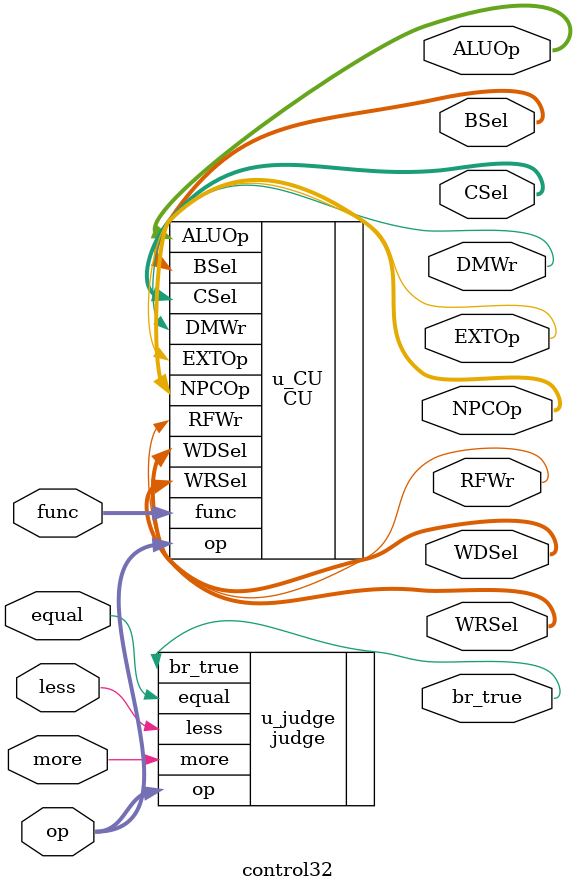
<source format=v>
`timescale 1ns / 1ps


module control32(
    input [5:0] op,
    input [5:0] func,
    input less,
    input equal,
    input more,
    output [1:0] NPCOp,
    output RFWr,
    output EXTOp,
    output [3:0] ALUOp,
    output DMWr,
    output [1:0] WRSel,
    output [1:0] WDSel,
    output [1:0] BSel,
    output [1:0] CSel,
    output br_true
    );
    CU u_CU(.op(op),.func(func),.NPCOp(NPCOp),.RFWr(RFWr),.EXTOp(EXTOp),.ALUOp(ALUOp),.DMWr(DMWr),.WRSel(WRSel),.WDSel(WDSel),.BSel(BSel),.CSel(CSel));
    
    judge u_judge(.op(op),.equal(equal),.less(less),.more(more),.br_true(br_true));

endmodule

</source>
